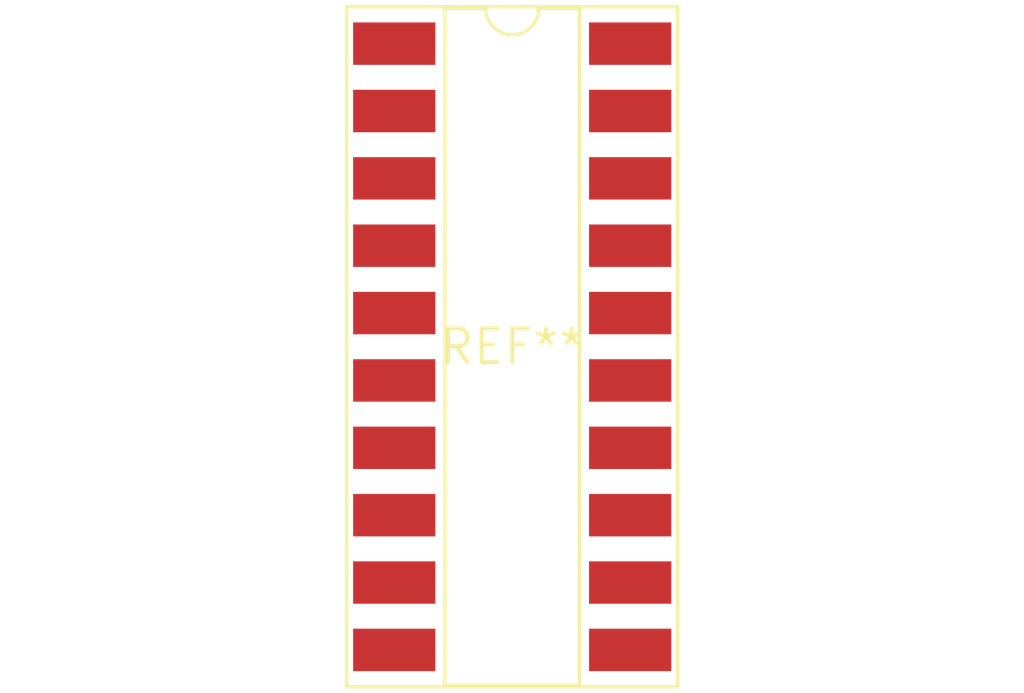
<source format=kicad_pcb>
(kicad_pcb (version 20240108) (generator pcbnew)
  (layers (0 "F.Cu" signal) (31 "B.Cu" signal) (34 "B.Paste" user) (35 "F.Paste" user) (36 "B.SilkS" user "B.Silkscreen") (37 "F.SilkS" user "F.Silkscreen") (38 "B.Mask" user) (39 "F.Mask" user) (44 "Edge.Cuts" user))
  (net 0 "")
  (footprint "DIP-20_W8.89mm_SMDSocket_LongPads" (layer "F.Cu") (at 0 0)
    (property "Reference" "REF**")
    (property "Value" "DIP-20_W8.89mm_SMDSocket_LongPads")
    (fp_line (start -6.235 -12.82) (end -6.235 12.82) (layer "F.SilkS") (stroke (width 0.12)))
    (fp_line (start -6.235 12.82) (end 6.235 12.82) (layer "F.SilkS") (stroke (width 0.12)))
    (fp_line (start -2.535 -12.76) (end -2.535 12.76) (layer "F.SilkS") (stroke (width 0.12)))
    (fp_line (start -2.535 12.76) (end 2.535 12.76) (layer "F.SilkS") (stroke (width 0.12)))
    (fp_line (start -1 -12.76) (end -2.535 -12.76) (layer "F.SilkS") (stroke (width 0.12)))
    (fp_line (start 2.535 -12.76) (end 1 -12.76) (layer "F.SilkS") (stroke (width 0.12)))
    (fp_line (start 2.535 12.76) (end 2.535 -12.76) (layer "F.SilkS") (stroke (width 0.12)))
    (fp_line (start 6.235 -12.82) (end -6.235 -12.82) (layer "F.SilkS") (stroke (width 0.12)))
    (fp_line (start 6.235 12.82) (end 6.235 -12.82) (layer "F.SilkS") (stroke (width 0.12)))
    (fp_arc (start 1 -12.76) (mid 0 -11.76) (end -1 -12.76) (layer "F.SilkS") (stroke (width 0.12)))
    (pad "1" smd rect (at -4.445 -11.43) (size 3.1 1.6) (layers "F.Cu" "F.Paste" "F.Mask"))
    (pad "2" smd rect (at -4.445 -8.89) (size 3.1 1.6) (layers "F.Cu" "F.Paste" "F.Mask"))
    (pad "3" smd rect (at -4.445 -6.35) (size 3.1 1.6) (layers "F.Cu" "F.Paste" "F.Mask"))
    (pad "4" smd rect (at -4.445 -3.81) (size 3.1 1.6) (layers "F.Cu" "F.Paste" "F.Mask"))
    (pad "5" smd rect (at -4.445 -1.27) (size 3.1 1.6) (layers "F.Cu" "F.Paste" "F.Mask"))
    (pad "6" smd rect (at -4.445 1.27) (size 3.1 1.6) (layers "F.Cu" "F.Paste" "F.Mask"))
    (pad "7" smd rect (at -4.445 3.81) (size 3.1 1.6) (layers "F.Cu" "F.Paste" "F.Mask"))
    (pad "8" smd rect (at -4.445 6.35) (size 3.1 1.6) (layers "F.Cu" "F.Paste" "F.Mask"))
    (pad "9" smd rect (at -4.445 8.89) (size 3.1 1.6) (layers "F.Cu" "F.Paste" "F.Mask"))
    (pad "10" smd rect (at -4.445 11.43) (size 3.1 1.6) (layers "F.Cu" "F.Paste" "F.Mask"))
    (pad "11" smd rect (at 4.445 11.43) (size 3.1 1.6) (layers "F.Cu" "F.Paste" "F.Mask"))
    (pad "12" smd rect (at 4.445 8.89) (size 3.1 1.6) (layers "F.Cu" "F.Paste" "F.Mask"))
    (pad "13" smd rect (at 4.445 6.35) (size 3.1 1.6) (layers "F.Cu" "F.Paste" "F.Mask"))
    (pad "14" smd rect (at 4.445 3.81) (size 3.1 1.6) (layers "F.Cu" "F.Paste" "F.Mask"))
    (pad "15" smd rect (at 4.445 1.27) (size 3.1 1.6) (layers "F.Cu" "F.Paste" "F.Mask"))
    (pad "16" smd rect (at 4.445 -1.27) (size 3.1 1.6) (layers "F.Cu" "F.Paste" "F.Mask"))
    (pad "17" smd rect (at 4.445 -3.81) (size 3.1 1.6) (layers "F.Cu" "F.Paste" "F.Mask"))
    (pad "18" smd rect (at 4.445 -6.35) (size 3.1 1.6) (layers "F.Cu" "F.Paste" "F.Mask"))
    (pad "19" smd rect (at 4.445 -8.89) (size 3.1 1.6) (layers "F.Cu" "F.Paste" "F.Mask"))
    (pad "20" smd rect (at 4.445 -11.43) (size 3.1 1.6) (layers "F.Cu" "F.Paste" "F.Mask"))
  )
)
</source>
